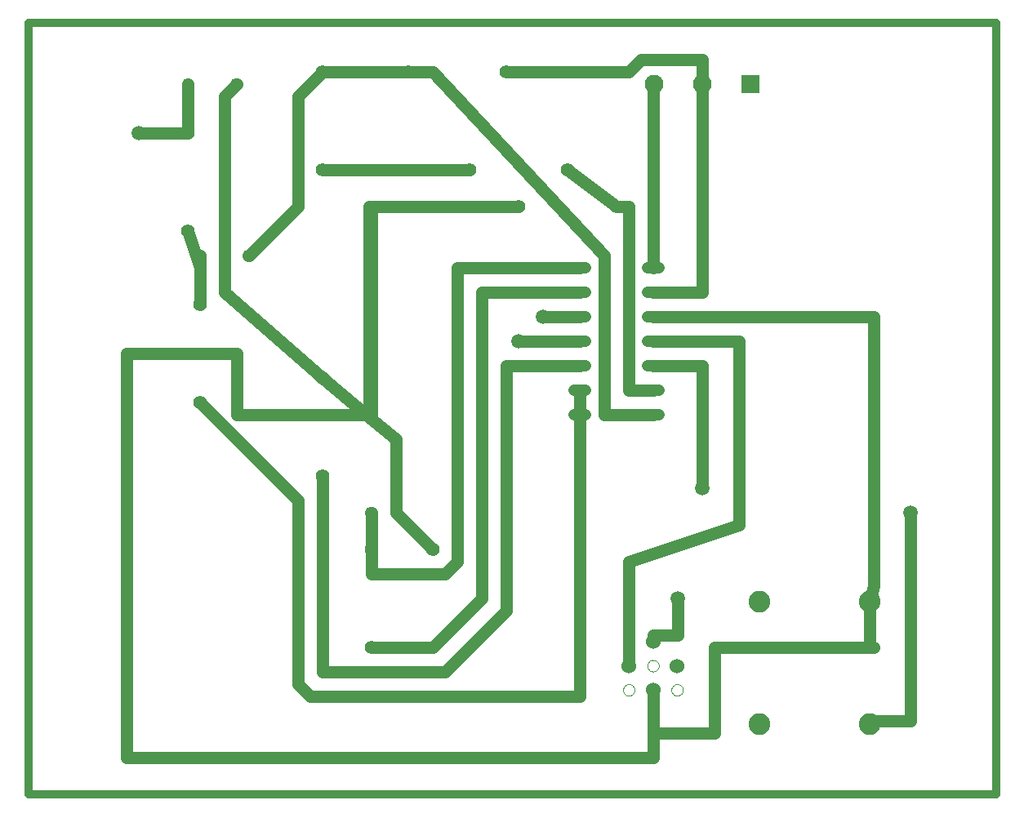
<source format=gtl>
G75*
G70*
%OFA0B0*%
%FSLAX24Y24*%
%IPPOS*%
%LPD*%
%AMOC8*
5,1,8,0,0,1.08239X$1,22.5*
%
%ADD10C,0.0000*%
%ADD11C,0.0476*%
%ADD12C,0.0554*%
%ADD13C,0.0476*%
%ADD14R,0.0768X0.0768*%
%ADD15C,0.0768*%
%ADD16C,0.0886*%
%ADD17C,0.0600*%
%ADD18C,0.0500*%
%ADD19C,0.0591*%
%ADD20C,0.0320*%
D10*
X000260Y002368D02*
X000260Y033864D01*
X039630Y033864D01*
X039630Y002368D01*
X000260Y002368D01*
X024540Y006638D02*
X024542Y006668D01*
X024548Y006698D01*
X024557Y006726D01*
X024570Y006753D01*
X024587Y006779D01*
X024606Y006801D01*
X024628Y006822D01*
X024653Y006839D01*
X024680Y006853D01*
X024708Y006863D01*
X024737Y006870D01*
X024767Y006873D01*
X024798Y006872D01*
X024827Y006867D01*
X024856Y006859D01*
X024884Y006846D01*
X024909Y006831D01*
X024933Y006812D01*
X024954Y006790D01*
X024972Y006766D01*
X024987Y006740D01*
X024998Y006712D01*
X025006Y006683D01*
X025010Y006653D01*
X025010Y006623D01*
X025006Y006593D01*
X024998Y006564D01*
X024987Y006536D01*
X024972Y006510D01*
X024954Y006486D01*
X024933Y006464D01*
X024909Y006445D01*
X024884Y006430D01*
X024856Y006417D01*
X024827Y006409D01*
X024798Y006404D01*
X024767Y006403D01*
X024737Y006406D01*
X024708Y006413D01*
X024680Y006423D01*
X024653Y006437D01*
X024628Y006454D01*
X024606Y006475D01*
X024587Y006497D01*
X024570Y006523D01*
X024557Y006550D01*
X024548Y006578D01*
X024542Y006608D01*
X024540Y006638D01*
X025525Y007628D02*
X025527Y007658D01*
X025533Y007688D01*
X025542Y007716D01*
X025555Y007743D01*
X025572Y007769D01*
X025591Y007791D01*
X025613Y007812D01*
X025638Y007829D01*
X025665Y007843D01*
X025693Y007853D01*
X025722Y007860D01*
X025752Y007863D01*
X025783Y007862D01*
X025812Y007857D01*
X025841Y007849D01*
X025869Y007836D01*
X025894Y007821D01*
X025918Y007802D01*
X025939Y007780D01*
X025957Y007756D01*
X025972Y007730D01*
X025983Y007702D01*
X025991Y007673D01*
X025995Y007643D01*
X025995Y007613D01*
X025991Y007583D01*
X025983Y007554D01*
X025972Y007526D01*
X025957Y007500D01*
X025939Y007476D01*
X025918Y007454D01*
X025894Y007435D01*
X025869Y007420D01*
X025841Y007407D01*
X025812Y007399D01*
X025783Y007394D01*
X025752Y007393D01*
X025722Y007396D01*
X025693Y007403D01*
X025665Y007413D01*
X025638Y007427D01*
X025613Y007444D01*
X025591Y007465D01*
X025572Y007487D01*
X025555Y007513D01*
X025542Y007540D01*
X025533Y007568D01*
X025527Y007598D01*
X025525Y007628D01*
X026510Y006638D02*
X026512Y006668D01*
X026518Y006698D01*
X026527Y006726D01*
X026540Y006753D01*
X026557Y006779D01*
X026576Y006801D01*
X026598Y006822D01*
X026623Y006839D01*
X026650Y006853D01*
X026678Y006863D01*
X026707Y006870D01*
X026737Y006873D01*
X026768Y006872D01*
X026797Y006867D01*
X026826Y006859D01*
X026854Y006846D01*
X026879Y006831D01*
X026903Y006812D01*
X026924Y006790D01*
X026942Y006766D01*
X026957Y006740D01*
X026968Y006712D01*
X026976Y006683D01*
X026980Y006653D01*
X026980Y006623D01*
X026976Y006593D01*
X026968Y006564D01*
X026957Y006536D01*
X026942Y006510D01*
X026924Y006486D01*
X026903Y006464D01*
X026879Y006445D01*
X026854Y006430D01*
X026826Y006417D01*
X026797Y006409D01*
X026768Y006404D01*
X026737Y006403D01*
X026707Y006406D01*
X026678Y006413D01*
X026650Y006423D01*
X026623Y006437D01*
X026598Y006454D01*
X026576Y006475D01*
X026557Y006497D01*
X026540Y006523D01*
X026527Y006550D01*
X026518Y006578D01*
X026512Y006608D01*
X026510Y006638D01*
D11*
X025998Y017868D02*
X025522Y017868D01*
X025522Y018868D02*
X025998Y018868D01*
X025998Y019868D02*
X025522Y019868D01*
X025522Y020868D02*
X025998Y020868D01*
X025998Y021868D02*
X025522Y021868D01*
X025522Y022868D02*
X025998Y022868D01*
X025998Y023868D02*
X025522Y023868D01*
X022998Y023868D02*
X022522Y023868D01*
X022522Y022868D02*
X022998Y022868D01*
X022998Y021868D02*
X022522Y021868D01*
X022522Y020868D02*
X022998Y020868D01*
X022998Y019868D02*
X022522Y019868D01*
X022522Y018868D02*
X022998Y018868D01*
X022998Y017868D02*
X022522Y017868D01*
D12*
X016760Y012368D03*
X014260Y012368D03*
X012260Y015368D03*
X012260Y019368D03*
X007260Y018368D03*
X007260Y022368D03*
X006760Y025368D03*
X006760Y029368D03*
X012260Y027868D03*
X012260Y031868D03*
X015760Y031868D03*
X019760Y031868D03*
X018260Y027868D03*
X020260Y026368D03*
X022260Y027868D03*
X024260Y026368D03*
X016760Y008368D03*
X014260Y008368D03*
D13*
X014244Y013868D03*
X012276Y013868D03*
X009244Y024368D03*
X007276Y024368D03*
X006776Y031368D03*
X008744Y031368D03*
D14*
X029729Y031372D03*
D15*
X027760Y031372D03*
X025791Y031372D03*
D16*
X030106Y010238D03*
X034606Y010238D03*
X034606Y005238D03*
X030106Y005238D03*
D17*
X026745Y007628D03*
X025760Y008608D03*
X024775Y007628D03*
X025760Y006638D03*
D18*
X025760Y004868D01*
X025760Y003868D01*
X004260Y003868D01*
X004260Y020368D01*
X008760Y020368D01*
X008760Y017868D01*
X014260Y017868D01*
X014260Y026368D01*
X020260Y026368D01*
X014178Y026368D01*
X014178Y017770D01*
X015260Y016868D01*
X015260Y013868D01*
X016760Y012368D01*
X017260Y011368D02*
X014260Y011368D01*
X014260Y012368D01*
X014260Y013868D01*
X014244Y013868D01*
X012276Y013868D02*
X012260Y013868D01*
X012260Y007368D01*
X017260Y007368D01*
X019760Y009868D01*
X019760Y019868D01*
X022760Y019868D01*
X022760Y018868D02*
X022760Y017868D01*
X022760Y006368D01*
X011760Y006368D01*
X011260Y006868D01*
X011260Y014368D01*
X007260Y018368D01*
X007260Y022368D02*
X007260Y023868D01*
X007276Y024368D01*
X007260Y023868D02*
X006760Y025368D01*
X009244Y024368D02*
X009260Y024368D01*
X011260Y026368D01*
X011260Y030868D01*
X012260Y031868D01*
X015760Y031868D01*
X016760Y031868D01*
X023760Y024368D01*
X023760Y017868D01*
X025760Y017868D01*
X025760Y018868D02*
X024760Y018868D01*
X024760Y026368D01*
X024260Y026368D01*
X022260Y027868D01*
X018260Y027868D02*
X012260Y027868D01*
X008760Y031368D02*
X008744Y031368D01*
X008760Y031368D02*
X008260Y030868D01*
X008260Y022868D01*
X012260Y019368D01*
X014178Y017770D01*
X012260Y015368D02*
X012260Y013868D01*
X017260Y011368D02*
X017760Y011868D01*
X017760Y023868D01*
X022760Y023868D01*
X022760Y022868D02*
X018760Y022868D01*
X018760Y010368D01*
X016760Y008368D01*
X014260Y008368D01*
X024760Y007868D02*
X024775Y007628D01*
X024760Y007868D02*
X024760Y011868D01*
X029260Y013368D01*
X029260Y020868D01*
X025760Y020868D01*
X025760Y019868D02*
X027760Y019868D01*
X027760Y014868D01*
X026760Y010368D02*
X026760Y008868D01*
X025760Y008868D01*
X028260Y008368D02*
X034606Y008368D01*
X034606Y010238D01*
X034760Y010868D01*
X034760Y021868D01*
X025760Y021868D01*
X025760Y022868D02*
X027760Y022868D01*
X027760Y031368D01*
X027760Y031372D01*
X027760Y032368D01*
X025260Y032368D01*
X024760Y031868D01*
X019760Y031868D01*
X025760Y031368D02*
X025791Y031372D01*
X025760Y031368D02*
X025760Y023868D01*
X022760Y021868D02*
X021260Y021868D01*
X020260Y020868D02*
X022760Y020868D01*
X036260Y013868D02*
X036260Y005368D01*
X034760Y005368D01*
X034760Y008368D02*
X034606Y008368D01*
X028260Y008368D02*
X028260Y004868D01*
X025760Y004868D01*
X006760Y029368D02*
X004760Y029368D01*
X006760Y029368D02*
X006760Y031368D01*
X006776Y031368D01*
D19*
X004760Y029368D03*
X020260Y020868D03*
X021260Y021868D03*
X027760Y014868D03*
X026760Y010368D03*
X036260Y013868D03*
D20*
X039760Y002368D02*
X000260Y002368D01*
X000260Y033868D01*
X039760Y033868D01*
X039760Y002368D01*
M02*

</source>
